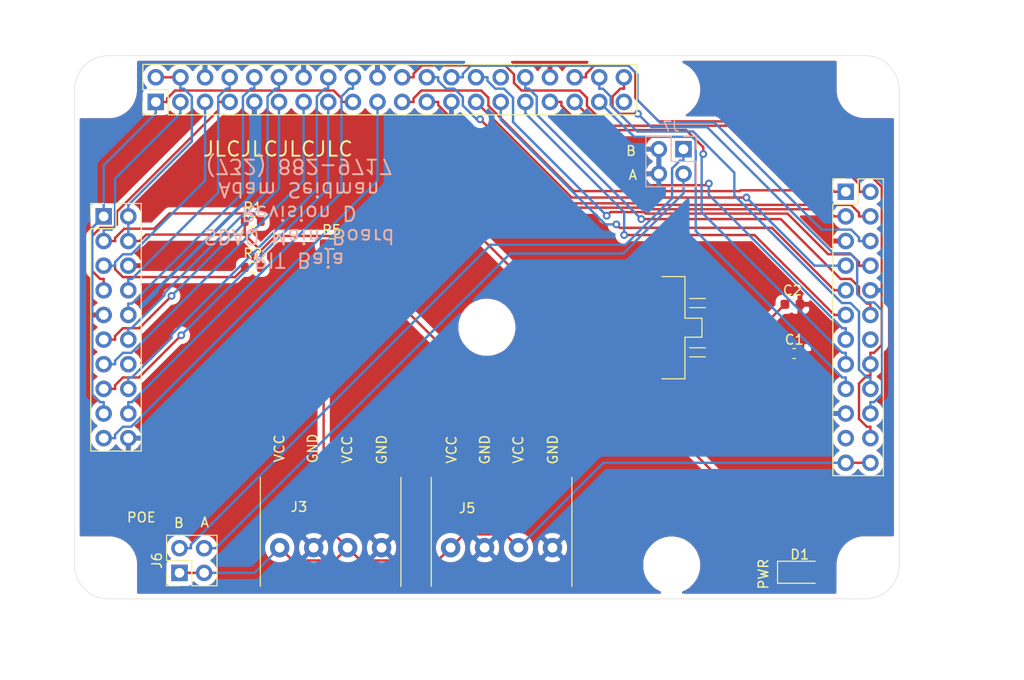
<source format=kicad_pcb>
(kicad_pcb (version 20171130) (host pcbnew "(5.1.9)-1")
  (layers (0 F.Cu signal) (31 B.Cu signal) (34 B.Paste user) (35 F.Paste user) (36 B.SilkS user) (37 F.SilkS user) (38 B.Mask user) (39 F.Mask user) (44 Edge.Cuts user))
  (net 0 "")
  (net 1 /vcc)
  (net 2 /gnd)
  (net 3 /5v)
  (net 4 "Net-(D1-Pad2)")
  (net 5 /3v3)
  (net 6 /sda2)
  (net 7 /scl2)
  (net 8 /gpio1)
  (net 9 /uart_tx)
  (net 10 /uart_rx)
  (net 11 /spi2_ce1)
  (net 12 /spi2_ce0)
  (net 13 /gpio11)
  (net 14 /gpio6)
  (net 15 /gpio7)
  (net 16 /gpio8)
  (net 17 /mosi)
  (net 18 /miso)
  (net 19 /gpio9)
  (net 20 /sclk)
  (net 21 /spi_ce0)
  (net 22 /spi_ce1)
  (net 23 /sda)
  (net 24 /scl)
  (net 25 /gpio4)
  (net 26 /gpio5)
  (net 27 /miso2_pwm)
  (net 28 /reset)
  (net 29 /gpio10)
  (net 30 /miso2)
  (net 31 /sclk2)
  (net 32 "Net-(J2-Pad21)")
  (net 33 /gpio2)
  (net 34 /gpio3)
  (net 35 "Net-(C1-Pad1)")
  (net 36 "Net-(J6-Pad2)")
  (net 37 "Net-(J6-Pad4)")
  (module MountingHole:MountingHole_2.7mm_M2.5 (layer F.Cu) (at 202.5 98)
    (fp_text reference H1)
    (fp_text value MH1)
    (pad 1 np_thru_hole circle (at 0 0) (size 2.7 2.7) (drill 2.7) (layers *.Cu *.Mask))
  )
  (module MountingHole:MountingHole_2.7mm_M2.5 (layer F.Cu) (at 163.5 73.5)
    (fp_text reference H2)
    (fp_text value MH2)
    (pad 1 np_thru_hole circle (at 0 0) (size 2.7 2.7) (drill 2.7) (layers *.Cu *.Mask))
  )
  (module MountingHole:MountingHole_2.7mm_M2.5 (layer F.Cu) (at 241.5 122.5)
    (fp_text reference H3)
    (fp_text value MH3)
    (pad 1 np_thru_hole circle (at 0 0) (size 2.7 2.7) (drill 2.7) (layers *.Cu *.Mask))
  )
  (module MountingHole:MountingHole_2.7mm_M2.5 (layer F.Cu) (at 221.5 122.5)
    (fp_text reference H4)
    (fp_text value MH4)
    (pad 1 np_thru_hole circle (at 0 0) (size 2.7 2.7) (drill 2.7) (layers *.Cu *.Mask))
  )
  (module MountingHole:MountingHole_2.7mm_M2.5 (layer F.Cu) (at 241.5 73.5)
    (fp_text reference H5)
    (fp_text value MH_c)
    (pad 1 np_thru_hole circle (at 0 0) (size 2.7 2.7) (drill 2.7) (layers *.Cu *.Mask))
  )
  (module Connector_PinHeader_2.54mm:PinHeader_2x10_P2.54mm_Vertical (layer F.Cu) (at 163 86.57)
    (fp_text reference J1)
    (fp_text value Conn_02x10_Counter_Clockwise)
    (pad 1 thru_hole rect (at 0 0) (size 1.7 1.7) (drill 1) (layers *.Cu *.Mask) (net 5 /3v3))
    (pad 2 thru_hole oval (at 2.54 0) (size 1.7 1.7) (drill 1) (layers *.Cu *.Mask) (net 3 /5v))
    (pad 3 thru_hole oval (at 0 2.54) (size 1.7 1.7) (drill 1) (layers *.Cu *.Mask) (net 6 /sda2))
    (pad 4 thru_hole oval (at 2.54 2.54) (size 1.7 1.7) (drill 1) (layers *.Cu *.Mask) (net 3 /5v))
    (pad 5 thru_hole oval (at 0 5.08) (size 1.7 1.7) (drill 1) (layers *.Cu *.Mask) (net 7 /scl2))
    (pad 6 thru_hole oval (at 2.54 5.08) (size 1.7 1.7) (drill 1) (layers *.Cu *.Mask) (net 2 /gnd))
    (pad 7 thru_hole oval (at 0 7.62) (size 1.7 1.7) (drill 1) (layers *.Cu *.Mask) (net 8 /gpio1))
    (pad 8 thru_hole oval (at 2.54 7.62) (size 1.7 1.7) (drill 1) (layers *.Cu *.Mask) (net 9 /uart_tx))
    (pad 9 thru_hole oval (at 0 10.16) (size 1.7 1.7) (drill 1) (layers *.Cu *.Mask) (net 2 /gnd))
    (pad 10 thru_hole oval (at 2.54 10.16) (size 1.7 1.7) (drill 1) (layers *.Cu *.Mask) (net 10 /uart_rx))
    (pad 11 thru_hole oval (at 0 12.7) (size 1.7 1.7) (drill 1) (layers *.Cu *.Mask) (net 11 /spi2_ce1))
    (pad 12 thru_hole oval (at 2.54 12.7) (size 1.7 1.7) (drill 1) (layers *.Cu *.Mask) (net 12 /spi2_ce0))
    (pad 13 thru_hole oval (at 0 15.24) (size 1.7 1.7) (drill 1) (layers *.Cu *.Mask) (net 13 /gpio11))
    (pad 14 thru_hole oval (at 2.54 15.24) (size 1.7 1.7) (drill 1) (layers *.Cu *.Mask) (net 2 /gnd))
    (pad 15 thru_hole oval (at 0 17.78) (size 1.7 1.7) (drill 1) (layers *.Cu *.Mask) (net 14 /gpio6))
    (pad 16 thru_hole oval (at 2.54 17.78) (size 1.7 1.7) (drill 1) (layers *.Cu *.Mask) (net 15 /gpio7))
    (pad 17 thru_hole oval (at 0 20.32) (size 1.7 1.7) (drill 1) (layers *.Cu *.Mask) (net 5 /3v3))
    (pad 18 thru_hole oval (at 2.54 20.32) (size 1.7 1.7) (drill 1) (layers *.Cu *.Mask) (net 16 /gpio8))
    (pad 19 thru_hole oval (at 0 22.86) (size 1.7 1.7) (drill 1) (layers *.Cu *.Mask) (net 17 /mosi))
    (pad 20 thru_hole oval (at 2.54 22.86) (size 1.7 1.7) (drill 1) (layers *.Cu *.Mask) (net 2 /gnd))
  )
  (module Connector_PinHeader_2.54mm:PinHeader_2x12_P2.54mm_Vertical (layer F.Cu) (at 239.5 84.03)
    (fp_text reference J2)
    (fp_text value Conn_02x12_Counter_Clockwise)
    (pad 1 thru_hole rect (at 0 0) (size 1.7 1.7) (drill 1) (layers *.Cu *.Mask) (net 18 /miso))
    (pad 2 thru_hole oval (at 2.54 0) (size 1.7 1.7) (drill 1) (layers *.Cu *.Mask) (net 19 /gpio9))
    (pad 3 thru_hole oval (at 0 2.54) (size 1.7 1.7) (drill 1) (layers *.Cu *.Mask) (net 20 /sclk))
    (pad 4 thru_hole oval (at 2.54 2.54) (size 1.7 1.7) (drill 1) (layers *.Cu *.Mask) (net 21 /spi_ce0))
    (pad 5 thru_hole oval (at 0 5.08) (size 1.7 1.7) (drill 1) (layers *.Cu *.Mask) (net 2 /gnd))
    (pad 6 thru_hole oval (at 2.54 5.08) (size 1.7 1.7) (drill 1) (layers *.Cu *.Mask) (net 22 /spi_ce1))
    (pad 7 thru_hole oval (at 0 7.62) (size 1.7 1.7) (drill 1) (layers *.Cu *.Mask) (net 23 /sda))
    (pad 8 thru_hole oval (at 2.54 7.62) (size 1.7 1.7) (drill 1) (layers *.Cu *.Mask) (net 24 /scl))
    (pad 9 thru_hole oval (at 0 10.16) (size 1.7 1.7) (drill 1) (layers *.Cu *.Mask) (net 33 /gpio2))
    (pad 10 thru_hole oval (at 2.54 10.16) (size 1.7 1.7) (drill 1) (layers *.Cu *.Mask) (net 2 /gnd))
    (pad 11 thru_hole oval (at 0 12.7) (size 1.7 1.7) (drill 1) (layers *.Cu *.Mask) (net 34 /gpio3))
    (pad 12 thru_hole oval (at 2.54 12.7) (size 1.7 1.7) (drill 1) (layers *.Cu *.Mask) (net 25 /gpio4))
    (pad 13 thru_hole oval (at 0 15.24) (size 1.7 1.7) (drill 1) (layers *.Cu *.Mask) (net 26 /gpio5))
    (pad 14 thru_hole oval (at 2.54 15.24) (size 1.7 1.7) (drill 1) (layers *.Cu *.Mask) (net 2 /gnd))
    (pad 15 thru_hole oval (at 0 17.78) (size 1.7 1.7) (drill 1) (layers *.Cu *.Mask) (net 27 /miso2_pwm))
    (pad 16 thru_hole oval (at 2.54 17.78) (size 1.7 1.7) (drill 1) (layers *.Cu *.Mask) (net 28 /reset))
    (pad 17 thru_hole oval (at 0 20.32) (size 1.7 1.7) (drill 1) (layers *.Cu *.Mask) (net 29 /gpio10))
    (pad 18 thru_hole oval (at 2.54 20.32) (size 1.7 1.7) (drill 1) (layers *.Cu *.Mask) (net 30 /miso2))
    (pad 19 thru_hole oval (at 0 22.86) (size 1.7 1.7) (drill 1) (layers *.Cu *.Mask) (net 2 /gnd))
    (pad 20 thru_hole oval (at 2.54 22.86) (size 1.7 1.7) (drill 1) (layers *.Cu *.Mask) (net 31 /sclk2))
    (pad 21 thru_hole oval (at 0 25.4) (size 1.7 1.7) (drill 1) (layers *.Cu *.Mask) (net 32 "Net-(J2-Pad21)"))
    (pad 22 thru_hole oval (at 2.54 25.4) (size 1.7 1.7) (drill 1) (layers *.Cu *.Mask) (net 28 /reset))
    (pad 23 thru_hole oval (at 0 27.94) (size 1.7 1.7) (drill 1) (layers *.Cu *.Mask) (net 1 /vcc))
    (pad 24 thru_hole oval (at 2.54 27.94) (size 1.7 1.7) (drill 1) (layers *.Cu *.Mask) (net 1 /vcc))
  )
  (module Connector_PinHeader_2.54mm:PinHeader_2x20_P2.54mm_Vertical (layer F.Cu) (at 168.37 74.77 90)
    (fp_text reference J4)
    (fp_text value Conn_02x20_Odd_Even)
    (pad 1 thru_hole rect (at 0 0 90) (size 1.7 1.7) (drill 1) (layers *.Cu *.Mask) (net 5 /3v3))
    (pad 2 thru_hole oval (at 2.54 0 90) (size 1.7 1.7) (drill 1) (layers *.Cu *.Mask) (net 3 /5v))
    (pad 3 thru_hole oval (at 0 2.54 90) (size 1.7 1.7) (drill 1) (layers *.Cu *.Mask) (net 6 /sda2))
    (pad 4 thru_hole oval (at 2.54 2.54 90) (size 1.7 1.7) (drill 1) (layers *.Cu *.Mask) (net 3 /5v))
    (pad 5 thru_hole oval (at 0 5.08 90) (size 1.7 1.7) (drill 1) (layers *.Cu *.Mask) (net 7 /scl2))
    (pad 6 thru_hole oval (at 2.54 5.08 90) (size 1.7 1.7) (drill 1) (layers *.Cu *.Mask) (net 2 /gnd))
    (pad 7 thru_hole oval (at 0 7.62 90) (size 1.7 1.7) (drill 1) (layers *.Cu *.Mask) (net 8 /gpio1))
    (pad 8 thru_hole oval (at 2.54 7.62 90) (size 1.7 1.7) (drill 1) (layers *.Cu *.Mask) (net 9 /uart_tx))
    (pad 9 thru_hole oval (at 0 10.16 90) (size 1.7 1.7) (drill 1) (layers *.Cu *.Mask) (net 2 /gnd))
    (pad 10 thru_hole oval (at 2.54 10.16 90) (size 1.7 1.7) (drill 1) (layers *.Cu *.Mask) (net 10 /uart_rx))
    (pad 11 thru_hole oval (at 0 12.7 90) (size 1.7 1.7) (drill 1) (layers *.Cu *.Mask) (net 11 /spi2_ce1))
    (pad 12 thru_hole oval (at 2.54 12.7 90) (size 1.7 1.7) (drill 1) (layers *.Cu *.Mask) (net 12 /spi2_ce0))
    (pad 13 thru_hole oval (at 0 15.24 90) (size 1.7 1.7) (drill 1) (layers *.Cu *.Mask) (net 13 /gpio11))
    (pad 14 thru_hole oval (at 2.54 15.24 90) (size 1.7 1.7) (drill 1) (layers *.Cu *.Mask) (net 2 /gnd))
    (pad 15 thru_hole oval (at 0 17.78 90) (size 1.7 1.7) (drill 1) (layers *.Cu *.Mask) (net 14 /gpio6))
    (pad 16 thru_hole oval (at 2.54 17.78 90) (size 1.7 1.7) (drill 1) (layers *.Cu *.Mask) (net 15 /gpio7))
    (pad 17 thru_hole oval (at 0 20.32 90) (size 1.7 1.7) (drill 1) (layers *.Cu *.Mask) (net 5 /3v3))
    (pad 18 thru_hole oval (at 2.54 20.32 90) (size 1.7 1.7) (drill 1) (layers *.Cu *.Mask) (net 16 /gpio8))
    (pad 19 thru_hole oval (at 0 22.86 90) (size 1.7 1.7) (drill 1) (layers *.Cu *.Mask) (net 17 /mosi))
    (pad 20 thru_hole oval (at 2.54 22.86 90) (size 1.7 1.7) (drill 1) (layers *.Cu *.Mask) (net 2 /gnd))
    (pad 21 thru_hole oval (at 0 25.4 90) (size 1.7 1.7) (drill 1) (layers *.Cu *.Mask) (net 18 /miso))
    (pad 22 thru_hole oval (at 2.54 25.4 90) (size 1.7 1.7) (drill 1) (layers *.Cu *.Mask) (net 19 /gpio9))
    (pad 23 thru_hole oval (at 0 27.94 90) (size 1.7 1.7) (drill 1) (layers *.Cu *.Mask) (net 20 /sclk))
    (pad 24 thru_hole oval (at 2.54 27.94 90) (size 1.7 1.7) (drill 1) (layers *.Cu *.Mask) (net 21 /spi_ce0))
    (pad 25 thru_hole oval (at 0 30.48 90) (size 1.7 1.7) (drill 1) (layers *.Cu *.Mask) (net 2 /gnd))
    (pad 26 thru_hole oval (at 2.54 30.48 90) (size 1.7 1.7) (drill 1) (layers *.Cu *.Mask) (net 22 /spi_ce1))
    (pad 27 thru_hole oval (at 0 33.02 90) (size 1.7 1.7) (drill 1) (layers *.Cu *.Mask) (net 23 /sda))
    (pad 28 thru_hole oval (at 2.54 33.02 90) (size 1.7 1.7) (drill 1) (layers *.Cu *.Mask) (net 24 /scl))
    (pad 29 thru_hole oval (at 0 35.56 90) (size 1.7 1.7) (drill 1) (layers *.Cu *.Mask) (net 33 /gpio2))
    (pad 30 thru_hole oval (at 2.54 35.56 90) (size 1.7 1.7) (drill 1) (layers *.Cu *.Mask) (net 2 /gnd))
    (pad 31 thru_hole oval (at 0 38.1 90) (size 1.7 1.7) (drill 1) (layers *.Cu *.Mask) (net 34 /gpio3))
    (pad 32 thru_hole oval (at 2.54 38.1 90) (size 1.7 1.7) (drill 1) (layers *.Cu *.Mask) (net 25 /gpio4))
    (pad 33 thru_hole oval (at 0 40.64 90) (size 1.7 1.7) (drill 1) (layers *.Cu *.Mask) (net 26 /gpio5))
    (pad 34 thru_hole oval (at 2.54 40.64 90) (size 1.7 1.7) (drill 1) (layers *.Cu *.Mask) (net 2 /gnd))
    (pad 35 thru_hole oval (at 0 43.18 90) (size 1.7 1.7) (drill 1) (layers *.Cu *.Mask) (net 27 /miso2_pwm))
    (pad 36 thru_hole oval (at 2.54 43.18 90) (size 1.7 1.7) (drill 1) (layers *.Cu *.Mask) (net 28 /reset))
    (pad 37 thru_hole oval (at 0 45.72 90) (size 1.7 1.7) (drill 1) (layers *.Cu *.Mask) (net 29 /gpio10))
    (pad 38 thru_hole oval (at 2.54 45.72 90) (size 1.7 1.7) (drill 1) (layers *.Cu *.Mask) (net 30 /miso2))
    (pad 39 thru_hole oval (at 0 48.26 90) (size 1.7 1.7) (drill 1) (layers *.Cu *.Mask) (net 2 /gnd))
    (pad 40 thru_hole oval (at 2.54 48.26 90) (size 1.7 1.7) (drill 1) (layers *.Cu *.Mask) (net 31 /sclk2))
  )
  (module Resistor_SMD:R_0603_1608Metric (layer F.Cu) (at 178.367 87.075)
    (fp_text reference R1 (at 0 -1.43) (layer F.SilkS))
    (fp_text value 4.7k)
    (pad 1 smd roundrect (at -0.825 0) (size 0.8 0.95) (layers F.Cu F.Paste F.Mask) (net 3 /5v))
    (pad 2 smd roundrect (at 0.825 0) (size 0.8 0.95) (layers F.Cu F.Paste F.Mask) (net 6 /sda2))
  )
  (module Resistor_SMD:R_0603_1608Metric (layer F.Cu) (at 178.372 91.821)
    (fp_text reference R2 (at 0 -1.43) (layer F.SilkS))
    (fp_text value 4.7k)
    (pad 2 smd roundrect (at 0.825 0) (size 0.8 0.95) (layers F.Cu F.Paste F.Mask) (net 3 /5v))
    (pad 1 smd roundrect (at -0.825 0) (size 0.8 0.95) (layers F.Cu F.Paste F.Mask) (net 7 /scl2))
  )
  (module Resistor_SMD:R_0603_1608Metric (layer F.Cu) (at 186.5 89.408)
    (fp_text reference R5 (at 0 -1.43) (layer F.SilkS))
    (fp_text value 1800)
    (pad 1 smd roundrect (at -0.825 0) (size 0.8 0.95) (layers F.Cu F.Paste F.Mask) (net 1 /vcc))
    (pad 2 smd roundrect (at 0.825 0) (size 0.8 0.95) (layers F.Cu F.Paste F.Mask) (net 4 "Net-(D1-Pad2)"))
  )
  (module MountingHole:MountingHole_2.7mm_M2.5 (layer F.Cu) (at 221.5 73.5)
    (fp_text reference H6)
    (fp_text value MH4)
    (pad 1 np_thru_hole circle (at 0 0) (size 2.7 2.7) (drill 2.7) (layers *.Cu *.Mask))
  )
  (module MountingHole:MountingHole_2.7mm_M2.5 (layer F.Cu) (at 163.5 122.5)
    (fp_text reference H7)
    (fp_text value MH_c)
    (pad 1 np_thru_hole circle (at 0 0) (size 2.7 2.7) (drill 2.7) (layers *.Cu *.Mask))
  )
  (module "Custom Footprints:Spring_4" (layer F.Cu) (at 179.396 113.467)
    (fp_text reference J3 (at 3.737999 3.055499) (layer F.SilkS))
    (fp_text value Screw_Terminal_01x04)
    (pad 4 thru_hole circle (at 12.25 7.25) (size 2 2) (drill 1) (layers *.Cu *.Mask) (net 2 /gnd))
    (pad 3 thru_hole circle (at 8.75 7.25) (size 2 2) (drill 1) (layers *.Cu *.Mask) (net 1 /vcc))
    (pad 2 thru_hole circle (at 5.25 7.25) (size 2 2) (drill 1) (layers *.Cu *.Mask) (net 2 /gnd))
    (pad 1 thru_hole circle (at 1.75 7.25) (size 2 2) (drill 1) (layers *.Cu *.Mask) (net 1 /vcc))
  )
  (module "Custom Footprints:Spring_4" (layer F.Cu) (at 197.016 113.467)
    (fp_text reference J5 (at 3.453499 3.182499) (layer F.SilkS))
    (fp_text value Screw_Terminal_01x04)
    (pad 1 thru_hole circle (at 1.75 7.25) (size 2 2) (drill 1) (layers *.Cu *.Mask) (net 1 /vcc))
    (pad 2 thru_hole circle (at 5.25 7.25) (size 2 2) (drill 1) (layers *.Cu *.Mask) (net 2 /gnd))
    (pad 3 thru_hole circle (at 8.75 7.25) (size 2 2) (drill 1) (layers *.Cu *.Mask) (net 1 /vcc))
    (pad 4 thru_hole circle (at 12.25 7.25) (size 2 2) (drill 1) (layers *.Cu *.Mask) (net 2 /gnd))
  )
  (module Diode_SMD:D_1206_3216Metric (layer F.Cu) (at 234.755 123.254)
    (fp_text reference D1 (at 0 -1.82) (layer F.SilkS))
    (fp_text value LED)
    (pad 1 smd roundrect (at -1.4 0) (size 1.25 1.75) (layers F.Cu F.Paste F.Mask) (roundrect_rratio 0.2) (net 2 /gnd))
    (pad 2 smd roundrect (at 1.4 0) (size 1.25 1.75) (layers F.Cu F.Paste F.Mask) (roundrect_rratio 0.2) (net 4 "Net-(D1-Pad2)"))
  )
  (module Capacitor_SMD:C_0603_1608Metric (layer F.Cu) (at 234.188 100.711)
    (fp_text reference C1 (at 0 -1.43) (layer F.SilkS))
    (fp_text value 0.33u)
    (pad 2 smd roundrect (at 0.775 0) (size 0.9 0.95) (layers F.Cu F.Paste F.Mask) (net 2 /gnd))
    (pad 1 smd roundrect (at -0.775 0) (size 0.9 0.95) (layers F.Cu F.Paste F.Mask) (net 35 "Net-(C1-Pad1)"))
  )
  (module Capacitor_SMD:C_0603_1608Metric (layer F.Cu) (at 233.998 95.631)
    (fp_text reference C2 (at 0 -1.43) (layer F.SilkS))
    (fp_text value 0.1u)
    (pad 1 smd roundrect (at -0.775 0) (size 0.9 0.95) (layers F.Cu F.Paste F.Mask) (net 3 /5v))
    (pad 2 smd roundrect (at 0.775 0) (size 0.9 0.95) (layers F.Cu F.Paste F.Mask) (net 2 /gnd))
  )
  (module baja-new-5v-tr:L7806ABD2T-TR (layer F.Cu) (at 218.122 98.044 90)
    (fp_text reference CR1)
    (fp_text value L7806ABD2T-TR)
    (pad 1 smd rect (at -2.54 8.763 90) (size 0.9906 2.9972) (layers F.Cu F.Paste F.Mask) (net 35 "Net-(C1-Pad1)"))
    (pad 2 smd rect (at 2.54 8.763 90) (size 0.9906 2.9972) (layers F.Cu F.Paste F.Mask) (net 2 /gnd))
    (pad 3 smd rect (at 0 -2.2479 90) (size 10.3378 8.7122) (layers F.Cu F.Paste F.Mask) (net 3 /5v))
  )
  (module Connector_PinHeader_2.54mm:PinHeader_2x02_P2.54mm_Vertical (layer F.Cu) (at 170.815 123.317 90)
    (fp_text reference J6 (at 1.27 -2.33 90) (layer F.SilkS))
    (fp_text value poe_choice)
    (pad 4 thru_hole oval (at 2.54 2.54 90) (size 1.7 1.7) (drill 1) (layers *.Cu *.Mask) (net 37 "Net-(J6-Pad4)"))
    (pad 3 thru_hole oval (at 0 2.54 90) (size 1.7 1.7) (drill 1) (layers *.Cu *.Mask) (net 1 /vcc))
    (pad 2 thru_hole oval (at 2.54 0 90) (size 1.7 1.7) (drill 1) (layers *.Cu *.Mask) (net 36 "Net-(J6-Pad2)"))
    (pad 1 thru_hole rect (at 0 0 90) (size 1.7 1.7) (drill 1) (layers *.Cu *.Mask) (net 1 /vcc))
  )
  (module Connector_PinHeader_2.54mm:PinHeader_2x02_P2.54mm_Vertical (layer B.Cu) (at 222.77 79.64 180)
    (fp_text reference J7 (at 1.27 2.33) (layer B.SilkS) (effects (justify mirror)))
    (fp_text value rpi_poe_header)
    (pad 1 thru_hole rect (at 0 0 180) (size 1.7 1.7) (drill 1) (layers *.Cu *.Mask) (net 36 "Net-(J6-Pad2)"))
    (pad 2 thru_hole oval (at 2.54 0 180) (size 1.7 1.7) (drill 1) (layers *.Cu *.Mask) (net 2 /gnd))
    (pad 3 thru_hole oval (at 0 -2.54 180) (size 1.7 1.7) (drill 1) (layers *.Cu *.Mask) (net 37 "Net-(J6-Pad4)"))
    (pad 4 thru_hole oval (at 2.54 -2.54 180) (size 1.7 1.7) (drill 1) (layers *.Cu *.Mask) (net 2 /gnd))
  )
  (gr_text POE (at 166.878 117.602) (layer F.SilkS) (effects (font (size 1 1))))
  (gr_text A (at 173.4185 118.11) (layer F.SilkS) (effects (font (size 1 1))))
  (gr_text B (at 170.7515 118.1735) (layer F.SilkS) (effects (font (size 1 1))))
  (gr_text B (at 217.3605 79.8195) (layer F.SilkS) (effects (font (size 1 1))))
  (gr_text A (at 217.551 82.296) (layer F.SilkS) (effects (font (size 1 1))))
  (gr_text VCC (at 198.866 110.617 90) (layer F.SilkS) (effects (font (size 1 1))))
  (gr_text GND (at 209.296 110.617 90) (layer F.SilkS) (effects (font (size 1 1))))
  (gr_text GND (at 202.295 110.617 90) (layer F.SilkS) (effects (font (size 1 1))))
  (gr_text VCC (at 205.74 110.617 90) (layer F.SilkS) (effects (font (size 1 1))))
  (gr_text VCC (at 188.103 110.617 90) (layer F.SilkS) (effects (font (size 1 1))))
  (gr_text VCC (at 181.118 110.49 90) (layer F.SilkS) (effects (font (size 1 1))))
  (gr_text GND (at 191.659 110.617 90) (layer F.SilkS) (effects (font (size 1 1))))
  (gr_text GND (at 184.547 110.49 90) (layer F.SilkS) (effects (font (size 1 1))))
  (gr_text JLCJLCJLCJLC (at 180.975 79.629) (layer F.SilkS) (effects (font (size 1.5 1.5) (thickness 0.2))))
  (gr_text "RIT Baja\nSDAQ Main Board\nRevision D\nAdam Seidman\n(732) 882-9717" (at 183.134 86.233 180) (layer B.SilkS) (effects (font (size 1.5 1.5) (thickness 0.2)) (justify mirror)))
  (gr_arc (start 163.5 73.5) (end 163.5 70) (angle -90) (layer Edge.Cuts) (width 0.05))
  (gr_arc (start 163.5 122.5) (end 160 122.5) (angle -90) (layer Edge.Cuts) (width 0.05))
  (gr_arc (start 241.5 122.5) (end 245 122.5) (angle 90) (layer Edge.Cuts) (width 0.05))
  (gr_arc (start 241.5 73.5) (end 241.5 70) (angle 90) (layer Edge.Cuts) (width 0.05))
  (gr_text PWR (at 231.013 123.444 90) (layer F.SilkS) (effects (font (size 1 1))))
  (gr_line (start 160 122.5) (end 160 73.5) (layer Edge.Cuts) (width 0.05))
  (gr_line (start 163.5 126) (end 241.5 126) (layer Edge.Cuts) (width 0.05))
  (gr_line (start 245 73.5) (end 245 122.5) (layer Edge.Cuts) (width 0.05))
  (gr_line (start 163.5 70) (end 241.5 70) (layer Edge.Cuts) (width 0.05))
  (segment (start 205.766 120.717) (end 214.513 111.97) (width 0.25) (layer B.Cu) (net 1))
  (segment (start 214.513 111.97) (end 239.5 111.97) (width 0.25) (layer B.Cu) (net 1))
  (segment (start 188.146 120.717) (end 185.675 118.246) (width 0.25) (layer F.Cu) (net 1))
  (segment (start 185.675 118.246) (end 185.675 89.408) (width 0.25) (layer F.Cu) (net 1))
  (segment (start 198.766 120.717) (end 197.4406 122.0424) (width 0.25) (layer F.Cu) (net 1))
  (segment (start 197.4406 122.0424) (end 189.4714 122.0424) (width 0.25) (layer F.Cu) (net 1))
  (segment (start 189.4714 122.0424) (end 188.146 120.717) (width 0.25) (layer F.Cu) (net 1))
  (segment (start 198.766 120.717) (end 200.1348 119.3482) (width 0.25) (layer F.Cu) (net 1))
  (segment (start 200.1348 119.3482) (end 204.3972 119.3482) (width 0.25) (layer F.Cu) (net 1))
  (segment (start 204.3972 119.3482) (end 205.766 120.717) (width 0.25) (layer F.Cu) (net 1))
  (segment (start 181.146 120.717) (end 182.4714 122.0424) (width 0.25) (layer F.Cu) (net 1))
  (segment (start 182.4714 122.0424) (end 186.8206 122.0424) (width 0.25) (layer F.Cu) (net 1))
  (segment (start 186.8206 122.0424) (end 188.146 120.717) (width 0.25) (layer F.Cu) (net 1))
  (segment (start 173.355 123.317) (end 178.546 123.317) (width 0.25) (layer B.Cu) (net 1))
  (segment (start 178.546 123.317) (end 181.146 120.717) (width 0.25) (layer B.Cu) (net 1))
  (segment (start 170.815 123.317) (end 173.355 123.317) (width 0.25) (layer F.Cu) (net 1))
  (segment (start 242.04 111.97) (end 239.5 111.97) (width 0.25) (layer F.Cu) (net 1))
  (segment (start 165.54 86.57) (end 165.54 85.3947) (width 0.25) (layer B.Cu) (net 3))
  (segment (start 165.54 85.3947) (end 172.0853 78.8494) (width 0.25) (layer B.Cu) (net 3))
  (segment (start 172.0853 78.8494) (end 172.0853 74.2132) (width 0.25) (layer B.Cu) (net 3))
  (segment (start 172.0853 74.2132) (end 171.2774 73.4053) (width 0.25) (layer B.Cu) (net 3))
  (segment (start 171.2774 73.4053) (end 170.91 73.4053) (width 0.25) (layer B.Cu) (net 3))
  (segment (start 165.54 89.11) (end 165.54 86.57) (width 0.25) (layer B.Cu) (net 3))
  (segment (start 170.91 72.23) (end 170.91 73.4053) (width 0.25) (layer B.Cu) (net 3))
  (segment (start 215.8741 98.044) (end 211.1927 98.044) (width 0.25) (layer F.Cu) (net 3))
  (segment (start 179.197 90.0999) (end 177.542 88.4449) (width 0.25) (layer F.Cu) (net 3))
  (segment (start 179.197 91.821) (end 179.197 90.0999) (width 0.25) (layer F.Cu) (net 3))
  (segment (start 211.1927 98.044) (end 201.7325 88.5838) (width 0.25) (layer F.Cu) (net 3))
  (segment (start 201.7325 88.5838) (end 180.7131 88.5838) (width 0.25) (layer F.Cu) (net 3))
  (segment (start 180.7131 88.5838) (end 179.197 90.0999) (width 0.25) (layer F.Cu) (net 3))
  (segment (start 233.223 95.631) (end 230.81 98.044) (width 0.25) (layer F.Cu) (net 3))
  (segment (start 230.81 98.044) (end 215.8741 98.044) (width 0.25) (layer F.Cu) (net 3))
  (segment (start 170.91 72.23) (end 168.37 72.23) (width 0.25) (layer F.Cu) (net 3))
  (segment (start 177.542 88.4449) (end 167.3804 88.4449) (width 0.25) (layer F.Cu) (net 3))
  (segment (start 167.3804 88.4449) (end 166.7153 89.11) (width 0.25) (layer F.Cu) (net 3))
  (segment (start 177.542 88.4449) (end 177.542 87.075) (width 0.25) (layer F.Cu) (net 3))
  (segment (start 165.54 89.11) (end 166.7153 89.11) (width 0.25) (layer F.Cu) (net 3))
  (segment (start 236.155 123.254) (end 222.1806 109.2796) (width 0.25) (layer F.Cu) (net 4))
  (segment (start 222.1806 109.2796) (end 207.1966 109.2796) (width 0.25) (layer F.Cu) (net 4))
  (segment (start 207.1966 109.2796) (end 187.325 89.408) (width 0.25) (layer F.Cu) (net 4))
  (segment (start 163 86.57) (end 161.8247 87.7453) (width 0.25) (layer B.Cu) (net 5))
  (segment (start 161.8247 87.7453) (end 161.8247 104.9068) (width 0.25) (layer B.Cu) (net 5))
  (segment (start 161.8247 104.9068) (end 162.6326 105.7147) (width 0.25) (layer B.Cu) (net 5))
  (segment (start 162.6326 105.7147) (end 163 105.7147) (width 0.25) (layer B.Cu) (net 5))
  (segment (start 168.37 75.9453) (end 163 81.3153) (width 0.25) (layer B.Cu) (net 5))
  (segment (start 163 81.3153) (end 163 86.57) (width 0.25) (layer B.Cu) (net 5))
  (segment (start 163 106.89) (end 163 105.7147) (width 0.25) (layer B.Cu) (net 5))
  (segment (start 168.37 74.77) (end 168.37 75.9453) (width 0.25) (layer B.Cu) (net 5))
  (segment (start 168.37 74.77) (end 169.5453 74.77) (width 0.25) (layer F.Cu) (net 5))
  (segment (start 188.69 74.77) (end 187.5147 74.77) (width 0.25) (layer F.Cu) (net 5))
  (segment (start 187.5147 74.77) (end 187.5147 74.4027) (width 0.25) (layer F.Cu) (net 5))
  (segment (start 187.5147 74.4027) (end 186.7067 73.5947) (width 0.25) (layer F.Cu) (net 5))
  (segment (start 186.7067 73.5947) (end 170.3532 73.5947) (width 0.25) (layer F.Cu) (net 5))
  (segment (start 170.3532 73.5947) (end 169.5453 74.4026) (width 0.25) (layer F.Cu) (net 5))
  (segment (start 169.5453 74.4026) (end 169.5453 74.77) (width 0.25) (layer F.Cu) (net 5))
  (segment (start 163 89.11) (end 164.1753 89.11) (width 0.25) (layer F.Cu) (net 6))
  (segment (start 179.192 87.075) (end 178.3827 86.2657) (width 0.25) (layer F.Cu) (net 6))
  (segment (start 178.3827 86.2657) (end 169.7793 86.2657) (width 0.25) (layer F.Cu) (net 6))
  (segment (start 169.7793 86.2657) (end 168.205 87.84) (width 0.25) (layer F.Cu) (net 6))
  (segment (start 168.205 87.84) (end 165.1273 87.84) (width 0.25) (layer F.Cu) (net 6))
  (segment (start 165.1273 87.84) (end 164.1753 88.792) (width 0.25) (layer F.Cu) (net 6))
  (segment (start 164.1753 88.792) (end 164.1753 89.11) (width 0.25) (layer F.Cu) (net 6))
  (segment (start 163 89.11) (end 163 87.9347) (width 0.25) (layer B.Cu) (net 6))
  (segment (start 170.91 74.77) (end 170.91 75.9453) (width 0.25) (layer B.Cu) (net 6))
  (segment (start 170.91 75.9453) (end 164.1753 82.68) (width 0.25) (layer B.Cu) (net 6))
  (segment (start 164.1753 82.68) (end 164.1753 87.5675) (width 0.25) (layer B.Cu) (net 6))
  (segment (start 164.1753 87.5675) (end 163.8081 87.9347) (width 0.25) (layer B.Cu) (net 6))
  (segment (start 163.8081 87.9347) (end 163 87.9347) (width 0.25) (layer B.Cu) (net 6))
  (segment (start 163 91.65) (end 164.1753 91.65) (width 0.25) (layer B.Cu) (net 7))
  (segment (start 164.1753 91.65) (end 164.1753 91.2826) (width 0.25) (layer B.Cu) (net 7))
  (segment (start 164.1753 91.2826) (end 164.9832 90.4747) (width 0.25) (layer B.Cu) (net 7))
  (segment (start 164.9832 90.4747) (end 165.8566 90.4747) (width 0.25) (layer B.Cu) (net 7))
  (segment (start 165.8566 90.4747) (end 173.45 82.8813) (width 0.25) (layer B.Cu) (net 7))
  (segment (start 173.45 82.8813) (end 173.45 74.77) (width 0.25) (layer B.Cu) (net 7))
  (segment (start 163 91.65) (end 164.1753 91.65) (width 0.25) (layer F.Cu) (net 7))
  (segment (start 177.547 91.821) (end 176.5427 92.8253) (width 0.25) (layer F.Cu) (net 7))
  (segment (start 176.5427 92.8253) (end 164.9832 92.8253) (width 0.25) (layer F.Cu) (net 7))
  (segment (start 164.9832 92.8253) (end 164.1753 92.0174) (width 0.25) (layer F.Cu) (net 7))
  (segment (start 164.1753 92.0174) (end 164.1753 91.65) (width 0.25) (layer F.Cu) (net 7))
  (segment (start 163 94.19) (end 163 93.0147) (width 0.25) (layer F.Cu) (net 8))
  (segment (start 175.99 74.77) (end 174.8147 74.77) (width 0.25) (layer F.Cu) (net 8))
  (segment (start 174.8147 74.77) (end 174.8147 75.6263) (width 0.25) (layer F.Cu) (net 8))
  (segment (start 174.8147 75.6263) (end 164.3646 86.0764) (width 0.25) (layer F.Cu) (net 8))
  (segment (start 164.3646 86.0764) (end 164.3646 87.4074) (width 0.25) (layer F.Cu) (net 8))
  (segment (start 164.3646 87.4074) (end 164.0266 87.7454) (width 0.25) (layer F.Cu) (net 8))
  (segment (start 164.0266 87.7454) (end 162.6503 87.7454) (width 0.25) (layer F.Cu) (net 8))
  (segment (start 162.6503 87.7454) (end 161.8247 88.571) (width 0.25) (layer F.Cu) (net 8))
  (segment (start 161.8247 88.571) (end 161.8247 92.2068) (width 0.25) (layer F.Cu) (net 8))
  (segment (start 161.8247 92.2068) (end 162.6326 93.0147) (width 0.25) (layer F.Cu) (net 8))
  (segment (start 162.6326 93.0147) (end 163 93.0147) (width 0.25) (layer F.Cu) (net 8))
  (segment (start 175.99 73.4053) (end 175.6226 73.4053) (width 0.25) (layer B.Cu) (net 9))
  (segment (start 175.6226 73.4053) (end 174.8147 74.2132) (width 0.25) (layer B.Cu) (net 9))
  (segment (start 174.8147 74.2132) (end 174.8147 84.1073) (width 0.25) (layer B.Cu) (net 9))
  (segment (start 174.8147 84.1073) (end 165.9073 93.0147) (width 0.25) (layer B.Cu) (net 9))
  (segment (start 165.9073 93.0147) (end 165.54 93.0147) (width 0.25) (layer B.Cu) (net 9))
  (segment (start 165.54 94.19) (end 165.54 93.0147) (width 0.25) (layer B.Cu) (net 9))
  (segment (start 175.99 72.23) (end 175.99 73.4053) (width 0.25) (layer B.Cu) (net 9))
  (segment (start 165.54 96.73) (end 165.54 95.5547) (width 0.25) (layer B.Cu) (net 10))
  (segment (start 178.53 72.23) (end 178.53 73.4053) (width 0.25) (layer B.Cu) (net 10))
  (segment (start 178.53 73.4053) (end 178.1626 73.4053) (width 0.25) (layer B.Cu) (net 10))
  (segment (start 178.1626 73.4053) (end 177.3547 74.2132) (width 0.25) (layer B.Cu) (net 10))
  (segment (start 177.3547 74.2132) (end 177.3547 84.1073) (width 0.25) (layer B.Cu) (net 10))
  (segment (start 177.3547 84.1073) (end 165.9073 95.5547) (width 0.25) (layer B.Cu) (net 10))
  (segment (start 165.9073 95.5547) (end 165.54 95.5547) (width 0.25) (layer B.Cu) (net 10))
  (segment (start 163 99.27) (end 164.1753 99.27) (width 0.25) (layer F.Cu) (net 11))
  (segment (start 169.9957 94.7683) (end 166.6693 98.0947) (width 0.25) (layer F.Cu) (net 11))
  (segment (start 166.6693 98.0947) (end 164.9832 98.0947) (width 0.25) (layer F.Cu) (net 11))
  (segment (start 164.9832 98.0947) (end 164.1753 98.9026) (width 0.25) (layer F.Cu) (net 11))
  (segment (start 164.1753 98.9026) (end 164.1753 99.27) (width 0.25) (layer F.Cu) (net 11))
  (segment (start 181.07 74.77) (end 181.07 83.694) (width 0.25) (layer B.Cu) (net 11))
  (segment (start 181.07 83.694) (end 169.9957 94.7683) (width 0.25) (layer B.Cu) (net 11))
  (via (at 169.9957 94.7683) (size 0.8) (layers F.Cu B.Cu) (net 11))
  (segment (start 181.07 73.4053) (end 180.7026 73.4053) (width 0.25) (layer B.Cu) (net 12))
  (segment (start 180.7026 73.4053) (end 179.8947 74.2132) (width 0.25) (layer B.Cu) (net 12))
  (segment (start 179.8947 74.2132) (end 179.8947 83.8436) (width 0.25) (layer B.Cu) (net 12))
  (segment (start 179.8947 83.8436) (end 169.2704 94.4679) (width 0.25) (layer B.Cu) (net 12))
  (segment (start 169.2704 94.4679) (end 169.2704 94.6923) (width 0.25) (layer B.Cu) (net 12))
  (segment (start 169.2704 94.6923) (end 165.868 98.0947) (width 0.25) (layer B.Cu) (net 12))
  (segment (start 165.868 98.0947) (end 165.54 98.0947) (width 0.25) (layer B.Cu) (net 12))
  (segment (start 165.54 99.27) (end 165.54 98.0947) (width 0.25) (layer B.Cu) (net 12))
  (segment (start 181.07 72.23) (end 181.07 73.4053) (width 0.25) (layer B.Cu) (net 12))
  (segment (start 163 101.81) (end 164.1753 101.81) (width 0.25) (layer B.Cu) (net 13))
  (segment (start 183.61 74.77) (end 183.61 82.8753) (width 0.25) (layer B.Cu) (net 13))
  (segment (start 183.61 82.8753) (end 165.8506 100.6347) (width 0.25) (layer B.Cu) (net 13))
  (segment (start 165.8506 100.6347) (end 164.9832 100.6347) (width 0.25) (layer B.Cu) (net 13))
  (segment (start 164.9832 100.6347) (end 164.1753 101.4426) (width 0.25) (layer B.Cu) (net 13))
  (segment (start 164.1753 101.4426) (end 164.1753 101.81) (width 0.25) (layer B.Cu) (net 13))
  (segment (start 163 104.35) (end 164.1753 104.35) (width 0.25) (layer F.Cu) (net 14))
  (segment (start 170.9932 98.8235) (end 166.642 103.1747) (width 0.25) (layer F.Cu) (net 14))
  (segment (start 166.642 103.1747) (end 164.9832 103.1747) (width 0.25) (layer F.Cu) (net 14))
  (segment (start 164.9832 103.1747) (end 164.1753 103.9826) (width 0.25) (layer F.Cu) (net 14))
  (segment (start 164.1753 103.9826) (end 164.1753 104.35) (width 0.25) (layer F.Cu) (net 14))
  (segment (start 186.15 74.77) (end 186.15 83.6667) (width 0.25) (layer B.Cu) (net 14))
  (segment (start 186.15 83.6667) (end 170.9932 98.8235) (width 0.25) (layer B.Cu) (net 14))
  (via (at 170.9932 98.8235) (size 0.8) (layers F.Cu B.Cu) (net 14))
  (segment (start 186.15 73.4053) (end 185.7826 73.4053) (width 0.25) (layer B.Cu) (net 15))
  (segment (start 185.7826 73.4053) (end 184.9747 74.2132) (width 0.25) (layer B.Cu) (net 15))
  (segment (start 184.9747 74.2132) (end 184.9747 83.7907) (width 0.25) (layer B.Cu) (net 15))
  (segment (start 184.9747 83.7907) (end 169.9929 98.7725) (width 0.25) (layer B.Cu) (net 15))
  (segment (start 169.9929 98.7725) (end 169.9929 99.0879) (width 0.25) (layer B.Cu) (net 15))
  (segment (start 169.9929 99.0879) (end 165.9061 103.1747) (width 0.25) (layer B.Cu) (net 15))
  (segment (start 165.9061 103.1747) (end 165.54 103.1747) (width 0.25) (layer B.Cu) (net 15))
  (segment (start 165.54 104.35) (end 165.54 103.1747) (width 0.25) (layer B.Cu) (net 15))
  (segment (start 186.15 72.23) (end 186.15 73.4053) (width 0.25) (layer B.Cu) (net 15))
  (segment (start 165.54 106.89) (end 165.54 105.7147) (width 0.25) (layer B.Cu) (net 16))
  (segment (start 188.69 72.23) (end 188.69 73.4053) (width 0.25) (layer B.Cu) (net 16))
  (segment (start 188.69 73.4053) (end 188.3226 73.4053) (width 0.25) (layer B.Cu) (net 16))
  (segment (start 188.3226 73.4053) (end 187.5147 74.2132) (width 0.25) (layer B.Cu) (net 16))
  (segment (start 187.5147 74.2132) (end 187.5147 84.1073) (width 0.25) (layer B.Cu) (net 16))
  (segment (start 187.5147 84.1073) (end 165.9073 105.7147) (width 0.25) (layer B.Cu) (net 16))
  (segment (start 165.9073 105.7147) (end 165.54 105.7147) (width 0.25) (layer B.Cu) (net 16))
  (segment (start 163 109.43) (end 164.1753 109.43) (width 0.25) (layer B.Cu) (net 17))
  (segment (start 191.23 74.77) (end 191.23 82.863) (width 0.25) (layer B.Cu) (net 17))
  (segment (start 191.23 82.863) (end 165.8383 108.2547) (width 0.25) (layer B.Cu) (net 17))
  (segment (start 165.8383 108.2547) (end 164.9832 108.2547) (width 0.25) (layer B.Cu) (net 17))
  (segment (start 164.9832 108.2547) (end 164.1753 109.0626) (width 0.25) (layer B.Cu) (net 17))
  (segment (start 164.1753 109.0626) (end 164.1753 109.43) (width 0.25) (layer B.Cu) (net 17))
  (segment (start 239.5 84.03) (end 238.3247 84.03) (width 0.25) (layer F.Cu) (net 18))
  (segment (start 193.77 74.77) (end 194.9453 74.77) (width 0.25) (layer F.Cu) (net 18))
  (segment (start 194.9453 74.77) (end 194.9453 74.4027) (width 0.25) (layer F.Cu) (net 18))
  (segment (start 194.9453 74.4027) (end 195.7534 73.5946) (width 0.25) (layer F.Cu) (net 18))
  (segment (start 195.7534 73.5946) (end 201.9156 73.5946) (width 0.25) (layer F.Cu) (net 18))
  (segment (start 201.9156 73.5946) (end 202.66 74.339) (width 0.25) (layer F.Cu) (net 18))
  (segment (start 202.66 74.339) (end 202.66 75.1645) (width 0.25) (layer F.Cu) (net 18))
  (segment (start 202.66 75.1645) (end 211.4604 83.9649) (width 0.25) (layer F.Cu) (net 18))
  (segment (start 211.4604 83.9649) (end 228.5849 83.9649) (width 0.25) (layer F.Cu) (net 18))
  (segment (start 228.5849 83.9649) (end 228.6724 83.8774) (width 0.25) (layer F.Cu) (net 18))
  (segment (start 228.6724 83.8774) (end 238.1721 83.8774) (width 0.25) (layer F.Cu) (net 18))
  (segment (start 238.1721 83.8774) (end 238.3247 84.03) (width 0.25) (layer F.Cu) (net 18))
  (segment (start 194.9453 72.23) (end 194.9453 71.8627) (width 0.25) (layer F.Cu) (net 19))
  (segment (start 194.9453 71.8627) (end 195.804 71.004) (width 0.25) (layer F.Cu) (net 19))
  (segment (start 195.804 71.004) (end 204.378 71.004) (width 0.25) (layer F.Cu) (net 19))
  (segment (start 204.378 71.004) (end 205.2946 71.9206) (width 0.25) (layer F.Cu) (net 19))
  (segment (start 205.2946 71.9206) (end 205.2946 72.8091) (width 0.25) (layer F.Cu) (net 19))
  (segment (start 205.2946 72.8091) (end 206.0801 73.5946) (width 0.25) (layer F.Cu) (net 19))
  (segment (start 206.0801 73.5946) (end 212.0756 73.5946) (width 0.25) (layer F.Cu) (net 19))
  (segment (start 212.0756 73.5946) (end 212.82 74.339) (width 0.25) (layer F.Cu) (net 19))
  (segment (start 212.82 74.339) (end 212.82 75.1751) (width 0.25) (layer F.Cu) (net 19))
  (segment (start 212.82 75.1751) (end 214.8707 77.2258) (width 0.25) (layer F.Cu) (net 19))
  (segment (start 214.8707 77.2258) (end 234.8685 77.2258) (width 0.25) (layer F.Cu) (net 19))
  (segment (start 234.8685 77.2258) (end 240.8647 83.222) (width 0.25) (layer F.Cu) (net 19))
  (segment (start 240.8647 83.222) (end 240.8647 84.03) (width 0.25) (layer F.Cu) (net 19))
  (segment (start 242.04 84.03) (end 240.8647 84.03) (width 0.25) (layer F.Cu) (net 19))
  (segment (start 193.77 72.23) (end 194.9453 72.23) (width 0.25) (layer F.Cu) (net 19))
  (segment (start 238.3247 86.57) (end 237.5864 85.8317) (width 0.25) (layer F.Cu) (net 20))
  (segment (start 237.5864 85.8317) (end 219.0664 85.8317) (width 0.25) (layer F.Cu) (net 20))
  (segment (start 219.0664 85.8317) (end 218.9071 85.6724) (width 0.25) (layer F.Cu) (net 20))
  (segment (start 218.9071 85.6724) (end 208.0571 85.6724) (width 0.25) (layer F.Cu) (net 20))
  (segment (start 208.0571 85.6724) (end 197.4853 75.1006) (width 0.25) (layer F.Cu) (net 20))
  (segment (start 197.4853 75.1006) (end 197.4853 74.77) (width 0.25) (layer F.Cu) (net 20))
  (segment (start 239.5 86.57) (end 238.3247 86.57) (width 0.25) (layer F.Cu) (net 20))
  (segment (start 196.31 74.77) (end 197.4853 74.77) (width 0.25) (layer F.Cu) (net 20))
  (segment (start 240.8647 86.57) (end 240.8647 86.2026) (width 0.25) (layer F.Cu) (net 21))
  (segment (start 240.8647 86.2026) (end 240.0435 85.3814) (width 0.25) (layer F.Cu) (net 21))
  (segment (start 240.0435 85.3814) (end 219.253 85.3814) (width 0.25) (layer F.Cu) (net 21))
  (segment (start 219.253 85.3814) (end 219.0937 85.2221) (width 0.25) (layer F.Cu) (net 21))
  (segment (start 219.0937 85.2221) (end 210.474 85.2221) (width 0.25) (layer F.Cu) (net 21))
  (segment (start 210.474 85.2221) (end 201.8055 76.5536) (width 0.25) (layer F.Cu) (net 21))
  (segment (start 196.31 72.23) (end 197.4853 72.23) (width 0.25) (layer B.Cu) (net 21))
  (segment (start 242.04 86.57) (end 240.8647 86.57) (width 0.25) (layer F.Cu) (net 21))
  (segment (start 197.4853 72.23) (end 197.4853 72.5974) (width 0.25) (layer B.Cu) (net 21))
  (segment (start 197.4853 72.5974) (end 198.2932 73.4053) (width 0.25) (layer B.Cu) (net 21))
  (segment (start 198.2932 73.4053) (end 199.1573 73.4053) (width 0.25) (layer B.Cu) (net 21))
  (segment (start 199.1573 73.4053) (end 200.0254 74.2734) (width 0.25) (layer B.Cu) (net 21))
  (segment (start 200.0254 74.2734) (end 200.0254 75.1398) (width 0.25) (layer B.Cu) (net 21))
  (segment (start 200.0254 75.1398) (end 201.4392 76.5536) (width 0.25) (layer B.Cu) (net 21))
  (segment (start 201.4392 76.5536) (end 201.8055 76.5536) (width 0.25) (layer B.Cu) (net 21))
  (via (at 201.8055 76.5536) (size 0.8) (layers F.Cu B.Cu) (net 21))
  (segment (start 242.04 89.11) (end 240.8647 89.11) (width 0.25) (layer B.Cu) (net 22))
  (segment (start 198.85 72.23) (end 200.0253 72.23) (width 0.25) (layer B.Cu) (net 22))
  (segment (start 200.0253 72.23) (end 200.0253 71.8627) (width 0.25) (layer B.Cu) (net 22))
  (segment (start 200.0253 71.8627) (end 200.8581 71.0299) (width 0.25) (layer B.Cu) (net 22))
  (segment (start 200.8581 71.0299) (end 217.1068 71.0299) (width 0.25) (layer B.Cu) (net 22))
  (segment (start 217.1068 71.0299) (end 218.0185 71.9416) (width 0.25) (layer B.Cu) (net 22))
  (segment (start 218.0185 71.9416) (end 218.0185 74.5677) (width 0.25) (layer B.Cu) (net 22))
  (segment (start 218.0185 74.5677) (end 220.356 76.9052) (width 0.25) (layer B.Cu) (net 22))
  (segment (start 220.356 76.9052) (end 225.9789 76.9052) (width 0.25) (layer B.Cu) (net 22))
  (segment (start 225.9789 76.9052) (end 237.0084 87.9347) (width 0.25) (layer B.Cu) (net 22))
  (segment (start 237.0084 87.9347) (end 240.0568 87.9347) (width 0.25) (layer B.Cu) (net 22))
  (segment (start 240.0568 87.9347) (end 240.8647 88.7426) (width 0.25) (layer B.Cu) (net 22))
  (segment (start 240.8647 88.7426) (end 240.8647 89.11) (width 0.25) (layer B.Cu) (net 22))
  (segment (start 229.259 84.6277) (end 211.2477 84.6277) (width 0.25) (layer F.Cu) (net 23))
  (segment (start 211.2477 84.6277) (end 201.39 74.77) (width 0.25) (layer F.Cu) (net 23))
  (segment (start 239.5 91.65) (end 236.2813 91.65) (width 0.25) (layer B.Cu) (net 23))
  (segment (start 236.2813 91.65) (end 229.259 84.6277) (width 0.25) (layer B.Cu) (net 23))
  (via (at 229.259 84.6277) (size 0.8) (layers F.Cu B.Cu) (net 23))
  (segment (start 240.8647 91.65) (end 240.8647 91.2826) (width 0.25) (layer F.Cu) (net 24))
  (segment (start 240.8647 91.2826) (end 240.0568 90.4747) (width 0.25) (layer F.Cu) (net 24))
  (segment (start 240.0568 90.4747) (end 237.6895 90.4747) (width 0.25) (layer F.Cu) (net 24))
  (segment (start 237.6895 90.4747) (end 233.4968 86.282) (width 0.25) (layer F.Cu) (net 24))
  (segment (start 233.4968 86.282) (end 218.8798 86.282) (width 0.25) (layer F.Cu) (net 24))
  (segment (start 218.8798 86.282) (end 218.7205 86.1227) (width 0.25) (layer F.Cu) (net 24))
  (segment (start 218.7205 86.1227) (end 215.239 86.1227) (width 0.25) (layer F.Cu) (net 24))
  (segment (start 215.239 86.1227) (end 214.8587 86.503) (width 0.25) (layer F.Cu) (net 24))
  (segment (start 201.39 72.23) (end 202.5653 72.23) (width 0.25) (layer B.Cu) (net 24))
  (segment (start 242.04 91.65) (end 240.8647 91.65) (width 0.25) (layer F.Cu) (net 24))
  (segment (start 202.5653 72.23) (end 202.5653 72.5974) (width 0.25) (layer B.Cu) (net 24))
  (segment (start 202.5653 72.5974) (end 203.3732 73.4053) (width 0.25) (layer B.Cu) (net 24))
  (segment (start 203.3732 73.4053) (end 204.2663 73.4053) (width 0.25) (layer B.Cu) (net 24))
  (segment (start 204.2663 73.4053) (end 205.2 74.339) (width 0.25) (layer B.Cu) (net 24))
  (segment (start 205.2 74.339) (end 205.2 76.8443) (width 0.25) (layer B.Cu) (net 24))
  (segment (start 205.2 76.8443) (end 214.8587 86.503) (width 0.25) (layer B.Cu) (net 24))
  (via (at 214.8587 86.503) (size 0.8) (layers F.Cu B.Cu) (net 24))
  (segment (start 242.04 95.5547) (end 241.6726 95.5547) (width 0.25) (layer F.Cu) (net 25))
  (segment (start 241.6726 95.5547) (end 240.8647 94.7468) (width 0.25) (layer F.Cu) (net 25))
  (segment (start 240.8647 94.7468) (end 240.8647 93.8537) (width 0.25) (layer F.Cu) (net 25))
  (segment (start 240.8647 93.8537) (end 240.0256 93.0146) (width 0.25) (layer F.Cu) (net 25))
  (segment (start 240.0256 93.0146) (end 238.9644 93.0146) (width 0.25) (layer F.Cu) (net 25))
  (segment (start 238.9644 93.0146) (end 232.7978 86.848) (width 0.25) (layer F.Cu) (net 25))
  (segment (start 232.7978 86.848) (end 218.42 86.848) (width 0.25) (layer F.Cu) (net 25))
  (segment (start 206.47 73.4053) (end 206.8374 73.4053) (width 0.25) (layer B.Cu) (net 25))
  (segment (start 206.8374 73.4053) (end 207.6453 74.2132) (width 0.25) (layer B.Cu) (net 25))
  (segment (start 207.6453 74.2132) (end 207.6453 76.0733) (width 0.25) (layer B.Cu) (net 25))
  (segment (start 207.6453 76.0733) (end 218.42 86.848) (width 0.25) (layer B.Cu) (net 25))
  (segment (start 206.47 72.23) (end 206.47 73.4053) (width 0.25) (layer B.Cu) (net 25))
  (segment (start 242.04 96.73) (end 242.04 95.5547) (width 0.25) (layer F.Cu) (net 25))
  (via (at 218.42 86.848) (size 0.8) (layers F.Cu B.Cu) (net 25))
  (segment (start 210.1853 74.77) (end 210.1853 75.1457) (width 0.25) (layer F.Cu) (net 26))
  (segment (start 210.1853 75.1457) (end 218.395 83.3554) (width 0.25) (layer F.Cu) (net 26))
  (segment (start 218.395 83.3554) (end 225.2112 83.3554) (width 0.25) (layer F.Cu) (net 26))
  (segment (start 225.2112 83.3554) (end 225.3833 83.1833) (width 0.25) (layer F.Cu) (net 26))
  (segment (start 239.5 99.27) (end 239.5 98.0947) (width 0.25) (layer B.Cu) (net 26))
  (segment (start 209.01 74.77) (end 210.1853 74.77) (width 0.25) (layer F.Cu) (net 26))
  (segment (start 225.3833 83.1833) (end 225.3833 84.3453) (width 0.25) (layer B.Cu) (net 26))
  (segment (start 225.3833 84.3453) (end 239.1327 98.0947) (width 0.25) (layer B.Cu) (net 26))
  (segment (start 239.1327 98.0947) (end 239.5 98.0947) (width 0.25) (layer B.Cu) (net 26))
  (via (at 225.3833 83.1833) (size 0.8) (layers F.Cu B.Cu) (net 26))
  (segment (start 239.5 101.81) (end 239.5 100.6347) (width 0.25) (layer B.Cu) (net 27))
  (segment (start 224.8097 80.1398) (end 224.6458 80.3037) (width 0.25) (layer B.Cu) (net 27))
  (segment (start 224.6458 80.3037) (end 224.6458 86.1478) (width 0.25) (layer B.Cu) (net 27))
  (segment (start 224.6458 86.1478) (end 239.1327 100.6347) (width 0.25) (layer B.Cu) (net 27))
  (segment (start 239.1327 100.6347) (end 239.5 100.6347) (width 0.25) (layer B.Cu) (net 27))
  (segment (start 211.55 74.77) (end 214.4562 77.6762) (width 0.25) (layer F.Cu) (net 27))
  (segment (start 214.4562 77.6762) (end 223.0459 77.6762) (width 0.25) (layer F.Cu) (net 27))
  (segment (start 223.0459 77.6762) (end 224.8097 79.44) (width 0.25) (layer F.Cu) (net 27))
  (segment (start 224.8097 79.44) (end 224.8097 80.1398) (width 0.25) (layer F.Cu) (net 27))
  (via (at 224.8097 80.1398) (size 0.8) (layers F.Cu B.Cu) (net 27))
  (segment (start 242.04 101.81) (end 242.04 100.6347) (width 0.25) (layer F.Cu) (net 28))
  (segment (start 211.55 72.23) (end 212.7253 72.23) (width 0.25) (layer F.Cu) (net 28))
  (segment (start 212.7253 72.23) (end 212.7253 71.8627) (width 0.25) (layer F.Cu) (net 28))
  (segment (start 212.7253 71.8627) (end 213.579 71.009) (width 0.25) (layer F.Cu) (net 28))
  (segment (start 213.579 71.009) (end 217.0859 71.009) (width 0.25) (layer F.Cu) (net 28))
  (segment (start 217.0859 71.009) (end 217.8054 71.7285) (width 0.25) (layer F.Cu) (net 28))
  (segment (start 217.8054 71.7285) (end 217.8054 74.3546) (width 0.25) (layer F.Cu) (net 28))
  (segment (start 217.8054 74.3546) (end 220.2262 76.7754) (width 0.25) (layer F.Cu) (net 28))
  (segment (start 220.2262 76.7754) (end 236.4507 76.7754) (width 0.25) (layer F.Cu) (net 28))
  (segment (start 236.4507 76.7754) (end 243.2153 83.54) (width 0.25) (layer F.Cu) (net 28))
  (segment (start 243.2153 83.54) (end 243.2153 99.8268) (width 0.25) (layer F.Cu) (net 28))
  (segment (start 243.2153 99.8268) (end 242.4074 100.6347) (width 0.25) (layer F.Cu) (net 28))
  (segment (start 242.4074 100.6347) (end 242.04 100.6347) (width 0.25) (layer F.Cu) (net 28))
  (segment (start 242.04 109.43) (end 242.04 108.2547) (width 0.25) (layer F.Cu) (net 28))
  (segment (start 242.04 101.81) (end 242.04 102.9853) (width 0.25) (layer F.Cu) (net 28))
  (segment (start 242.04 102.9853) (end 241.6727 102.9853) (width 0.25) (layer F.Cu) (net 28))
  (segment (start 241.6727 102.9853) (end 240.8647 103.7933) (width 0.25) (layer F.Cu) (net 28))
  (segment (start 240.8647 103.7933) (end 240.8647 107.4468) (width 0.25) (layer F.Cu) (net 28))
  (segment (start 240.8647 107.4468) (end 241.6726 108.2547) (width 0.25) (layer F.Cu) (net 28))
  (segment (start 241.6726 108.2547) (end 242.04 108.2547) (width 0.25) (layer F.Cu) (net 28))
  (segment (start 239.5 104.35) (end 239.5 103.1747) (width 0.25) (layer B.Cu) (net 29))
  (segment (start 214.09 74.77) (end 217.6844 78.3644) (width 0.25) (layer B.Cu) (net 29))
  (segment (start 217.6844 78.3644) (end 223.6557 78.3644) (width 0.25) (layer B.Cu) (net 29))
  (segment (start 223.6557 78.3644) (end 224.0316 78.7403) (width 0.25) (layer B.Cu) (net 29))
  (segment (start 224.0316 78.7403) (end 224.0316 88.0736) (width 0.25) (layer B.Cu) (net 29))
  (segment (start 224.0316 88.0736) (end 239.1327 103.1747) (width 0.25) (layer B.Cu) (net 29))
  (segment (start 239.1327 103.1747) (end 239.5 103.1747) (width 0.25) (layer B.Cu) (net 29))
  (segment (start 242.04 104.35) (end 242.04 103.1747) (width 0.25) (layer B.Cu) (net 30))
  (segment (start 214.09 72.23) (end 214.09 73.4053) (width 0.25) (layer B.Cu) (net 30))
  (segment (start 214.09 73.4053) (end 214.4574 73.4053) (width 0.25) (layer B.Cu) (net 30))
  (segment (start 214.4574 73.4053) (end 215.2653 74.2132) (width 0.25) (layer B.Cu) (net 30))
  (segment (start 215.2653 74.2132) (end 215.2653 75.0699) (width 0.25) (layer B.Cu) (net 30))
  (segment (start 215.2653 75.0699) (end 218.0128 77.8174) (width 0.25) (layer B.Cu) (net 30))
  (segment (start 218.0128 77.8174) (end 223.7674 77.8174) (width 0.25) (layer B.Cu) (net 30))
  (segment (start 223.7674 77.8174) (end 228.0144 82.0644) (width 0.25) (layer B.Cu) (net 30))
  (segment (start 228.0144 82.0644) (end 228.0144 84.4101) (width 0.25) (layer B.Cu) (net 30))
  (segment (start 228.0144 84.4101) (end 239.1041 95.4998) (width 0.25) (layer B.Cu) (net 30))
  (segment (start 239.1041 95.4998) (end 239.988 95.4998) (width 0.25) (layer B.Cu) (net 30))
  (segment (start 239.988 95.4998) (end 240.8647 96.3765) (width 0.25) (layer B.Cu) (net 30))
  (segment (start 240.8647 96.3765) (end 240.8647 102.3668) (width 0.25) (layer B.Cu) (net 30))
  (segment (start 240.8647 102.3668) (end 241.6726 103.1747) (width 0.25) (layer B.Cu) (net 30))
  (segment (start 241.6726 103.1747) (end 242.04 103.1747) (width 0.25) (layer B.Cu) (net 30))
  (segment (start 242.04 106.89) (end 242.04 105.7147) (width 0.25) (layer B.Cu) (net 31))
  (segment (start 216.63 72.23) (end 216.63 73.4053) (width 0.25) (layer F.Cu) (net 31))
  (segment (start 218.0678 75.9946) (end 216.1505 75.9946) (width 0.25) (layer F.Cu) (net 31))
  (segment (start 216.1505 75.9946) (end 215.4546 75.2987) (width 0.25) (layer F.Cu) (net 31))
  (segment (start 215.4546 75.2987) (end 215.4546 74.2134) (width 0.25) (layer F.Cu) (net 31))
  (segment (start 215.4546 74.2134) (end 216.2627 73.4053) (width 0.25) (layer F.Cu) (net 31))
  (segment (start 216.2627 73.4053) (end 216.63 73.4053) (width 0.25) (layer F.Cu) (net 31))
  (segment (start 242.04 105.7147) (end 242.4073 105.7147) (width 0.25) (layer B.Cu) (net 31))
  (segment (start 242.4073 105.7147) (end 243.2436 104.8784) (width 0.25) (layer B.Cu) (net 31))
  (segment (start 243.2436 104.8784) (end 243.2436 96.2608) (width 0.25) (layer B.Cu) (net 31))
  (segment (start 243.2436 96.2608) (end 242.4247 95.4419) (width 0.25) (layer B.Cu) (net 31))
  (segment (start 242.4247 95.4419) (end 241.5471 95.4419) (width 0.25) (layer B.Cu) (net 31))
  (segment (start 241.5471 95.4419) (end 240.6754 94.5702) (width 0.25) (layer B.Cu) (net 31))
  (segment (start 240.6754 94.5702) (end 240.6754 91.1244) (width 0.25) (layer B.Cu) (net 31))
  (segment (start 240.6754 91.1244) (end 239.931 90.38) (width 0.25) (layer B.Cu) (net 31))
  (segment (start 239.931 90.38) (end 238.2204 90.38) (width 0.25) (layer B.Cu) (net 31))
  (segment (start 238.2204 90.38) (end 225.2074 77.367) (width 0.25) (layer B.Cu) (net 31))
  (segment (start 225.2074 77.367) (end 219.4402 77.367) (width 0.25) (layer B.Cu) (net 31))
  (segment (start 219.4402 77.367) (end 218.0678 75.9946) (width 0.25) (layer B.Cu) (net 31))
  (via (at 218.0678 75.9946) (size 0.8) (layers F.Cu B.Cu) (net 31))
  (segment (start 239.5 94.19) (end 238.3247 94.19) (width 0.25) (layer F.Cu) (net 33))
  (segment (start 215.8468 87.3951) (end 216.2001 87.7484) (width 0.25) (layer F.Cu) (net 33))
  (segment (start 216.2001 87.7484) (end 231.8831 87.7484) (width 0.25) (layer F.Cu) (net 33))
  (segment (start 231.8831 87.7484) (end 238.3247 94.19) (width 0.25) (layer F.Cu) (net 33))
  (segment (start 203.93 74.77) (end 203.93 76.6116) (width 0.25) (layer B.Cu) (net 33))
  (segment (start 203.93 76.6116) (end 214.7135 87.3951) (width 0.25) (layer B.Cu) (net 33))
  (segment (start 214.7135 87.3951) (end 215.8468 87.3951) (width 0.25) (layer B.Cu) (net 33))
  (via (at 215.8468 87.3951) (size 0.8) (layers F.Cu B.Cu) (net 33))
  (segment (start 206.47 74.77) (end 206.47 75.9453) (width 0.25) (layer B.Cu) (net 34))
  (segment (start 239.5 96.73) (end 238.3247 96.73) (width 0.25) (layer F.Cu) (net 34))
  (segment (start 216.6552 88.4898) (end 230.0845 88.4898) (width 0.25) (layer F.Cu) (net 34))
  (segment (start 230.0845 88.4898) (end 238.3247 96.73) (width 0.25) (layer F.Cu) (net 34))
  (segment (start 206.47 75.9453) (end 216.6552 86.1305) (width 0.25) (layer B.Cu) (net 34))
  (segment (start 216.6552 86.1305) (end 216.6552 88.4898) (width 0.25) (layer B.Cu) (net 34))
  (via (at 216.6552 88.4898) (size 0.8) (layers F.Cu B.Cu) (net 34))
  (segment (start 226.885 100.584) (end 228.7089 100.584) (width 0.25) (layer F.Cu) (net 35))
  (segment (start 228.7089 100.584) (end 228.8359 100.711) (width 0.25) (layer F.Cu) (net 35))
  (segment (start 228.8359 100.711) (end 233.413 100.711) (width 0.25) (layer F.Cu) (net 35))
  (segment (start 170.815 120.777) (end 171.9903 120.777) (width 0.25) (layer B.Cu) (net 36))
  (segment (start 222.77 79.64) (end 222.77 80.8153) (width 0.25) (layer B.Cu) (net 36))
  (segment (start 222.77 80.8153) (end 222.4026 80.8153) (width 0.25) (layer B.Cu) (net 36))
  (segment (start 222.4026 80.8153) (end 221.5947 81.6232) (width 0.25) (layer B.Cu) (net 36))
  (segment (start 221.5947 81.6232) (end 221.5947 84.6992) (width 0.25) (layer B.Cu) (net 36))
  (segment (start 221.5947 84.6992) (end 216.8029 89.491) (width 0.25) (layer B.Cu) (net 36))
  (segment (start 216.8029 89.491) (end 202.909 89.491) (width 0.25) (layer B.Cu) (net 36))
  (segment (start 202.909 89.491) (end 171.9903 120.4097) (width 0.25) (layer B.Cu) (net 36))
  (segment (start 171.9903 120.4097) (end 171.9903 120.777) (width 0.25) (layer B.Cu) (net 36))
  (segment (start 174.5303 120.777) (end 204.9083 90.399) (width 0.25) (layer B.Cu) (net 37))
  (segment (start 204.9083 90.399) (end 216.563 90.399) (width 0.25) (layer B.Cu) (net 37))
  (segment (start 216.563 90.399) (end 222.77 84.192) (width 0.25) (layer B.Cu) (net 37))
  (segment (start 222.77 84.192) (end 222.77 82.18) (width 0.25) (layer B.Cu) (net 37))
  (segment (start 173.355 120.777) (end 174.5303 120.777) (width 0.25) (layer B.Cu) (net 37))
  (zone (net 0) (net_name "") (layers F.Cu In1.Cu In2.Cu B.Cu) (connect_pads (clearance 0.508)) (min_thickness 0.254)
    (keepout (tracks not_allowed) (vias not_allowed) (copperpour not_allowed))
    (fill (arc_segments 32) (thermal_gap 0.508) (thermal_bridge_width 0.75))
    (polygon (pts (xy 246 76.45) (xy 241.51 76.44) (xy 241.39 76.44) (xy 241.23 76.43) (xy 240.99 76.4) (xy 240.86 76.37) (xy 240.67 76.32) (xy 240.52 76.27) (xy 240.33 76.2) (xy 240.21 76.15) (xy 240.03 76.05) (xy 239.87 75.96) (xy 239.75 75.87) (xy 239.64 75.79) (xy 239.58 75.74) (xy 239.52 75.68) (xy 239.45 75.62) (xy 239.33 75.5) (xy 239.22 75.38) (xy 239.18 75.33) (xy 239.13 75.25) (xy 239.06 75.15) (xy 238.97 75.01) (xy 238.84 74.78) (xy 238.78 74.64) (xy 238.74 74.54) (xy 238.7 74.42) (xy 238.65 74.29) (xy 238.63 74.17) (xy 238.61 74.08) (xy 238.6 74.01) (xy 238.58 73.9) (xy 238.56 73.76) (xy 238.56 68.89) (xy 246.42 68.89)))
  )
  (zone (net 0) (net_name "") (layers F.Cu In1.Cu In2.Cu B.Cu) (connect_pads (clearance 0.508)) (min_thickness 0.254)
    (keepout (tracks not_allowed) (vias not_allowed) (copperpour not_allowed))
    (fill (arc_segments 32) (thermal_gap 0.508) (thermal_bridge_width 0.75))
    (polygon (pts (xy 238.54 126.98) (xy 238.55 122.49) (xy 238.55 122.37) (xy 238.56 122.21) (xy 238.59 121.97) (xy 238.62 121.84) (xy 238.67 121.65) (xy 238.72 121.5) (xy 238.79 121.31) (xy 238.84 121.19) (xy 238.94 121.01) (xy 239.03 120.85) (xy 239.12 120.73) (xy 239.2 120.62) (xy 239.25 120.56) (xy 239.31 120.5) (xy 239.37 120.43) (xy 239.49 120.31) (xy 239.61 120.2) (xy 239.66 120.16) (xy 239.74 120.11) (xy 239.84 120.04) (xy 239.98 119.95) (xy 240.21 119.82) (xy 240.35 119.76) (xy 240.45 119.72) (xy 240.57 119.68) (xy 240.7 119.63) (xy 240.82 119.61) (xy 240.91 119.59) (xy 240.98 119.58) (xy 241.09 119.56) (xy 241.23 119.54) (xy 246.1 119.54) (xy 246.1 127.4)))
  )
  (zone (net 0) (net_name "") (layers F.Cu In1.Cu In2.Cu B.Cu) (connect_pads (clearance 0.508)) (min_thickness 0.254)
    (keepout (tracks not_allowed) (vias not_allowed) (copperpour not_allowed))
    (fill (arc_segments 32) (thermal_gap 0.508) (thermal_bridge_width 0.75))
    (polygon (pts (xy 159.01 119.54) (xy 163.5 119.55) (xy 163.62 119.55) (xy 163.78 119.56) (xy 164.02 119.59) (xy 164.15 119.62) (xy 164.34 119.67) (xy 164.49 119.72) (xy 164.68 119.79) (xy 164.8 119.84) (xy 164.98 119.94) (xy 165.14 120.03) (xy 165.26 120.12) (xy 165.37 120.2) (xy 165.43 120.25) (xy 165.49 120.31) (xy 165.56 120.37) (xy 165.68 120.49) (xy 165.79 120.61) (xy 165.83 120.66) (xy 165.88 120.74) (xy 165.95 120.84) (xy 166.04 120.98) (xy 166.17 121.21) (xy 166.23 121.35) (xy 166.27 121.45) (xy 166.31 121.57) (xy 166.36 121.7) (xy 166.38 121.82) (xy 166.4 121.91) (xy 166.41 121.98) (xy 166.43 122.09) (xy 166.45 122.23) (xy 166.45 127.1) (xy 158.59 127.1)))
  )
  (zone (net 0) (net_name "") (layers F.Cu In1.Cu In2.Cu B.Cu) (connect_pads (clearance 0.508)) (min_thickness 0.254)
    (keepout (tracks not_allowed) (vias not_allowed) (copperpour not_allowed))
    (fill (arc_segments 32) (thermal_gap 0.508) (thermal_bridge_width 0.75))
    (polygon (pts (xy 166.45 69.01) (xy 166.44 73.5) (xy 166.44 73.62) (xy 166.43 73.78) (xy 166.4 74.02) (xy 166.37 74.15) (xy 166.32 74.34) (xy 166.27 74.49) (xy 166.2 74.68) (xy 166.15 74.8) (xy 166.05 74.98) (xy 165.96 75.14) (xy 165.87 75.26) (xy 165.79 75.37) (xy 165.74 75.43) (xy 165.68 75.49) (xy 165.62 75.56) (xy 165.5 75.68) (xy 165.38 75.79) (xy 165.33 75.83) (xy 165.25 75.88) (xy 165.15 75.95) (xy 165.01 76.04) (xy 164.78 76.17) (xy 164.64 76.23) (xy 164.54 76.27) (xy 164.42 76.31) (xy 164.29 76.36) (xy 164.17 76.38) (xy 164.08 76.4) (xy 164.01 76.41) (xy 163.9 76.43) (xy 163.76 76.45) (xy 158.89 76.45) (xy 158.89 68.59)))
  )
  (zone (net 0) (net_name "") (layers F.Cu In1.Cu In2.Cu B.Cu) (connect_pads (clearance 0.508)) (min_thickness 0.254)
    (keepout (tracks not_allowed) (vias not_allowed) (copperpour not_allowed))
    (fill (arc_segments 32) (thermal_gap 0.508) (thermal_bridge_width 0.75))
    (polygon (pts (xy 202.9 95.075) (xy 203.15 95.125) (xy 203.45 95.2) (xy 203.65 95.275) (xy 203.875 95.375) (xy 204.35 95.7) (xy 204.55 95.875) (xy 204.725 96.075) (xy 204.85 96.225) (xy 204.975 96.4) (xy 205.125 96.65) (xy 205.2 96.825) (xy 205.325 97.175) (xy 205.4 97.45) (xy 205.425 97.6) (xy 205.45 97.85) (xy 205.45 98.225) (xy 205.425 98.45) (xy 205.35 98.8) (xy 205.275 99) (xy 205.225 99.15) (xy 205.15 99.325) (xy 205.05 99.5) (xy 204.9 99.725) (xy 204.65 100.025) (xy 204.375 100.3) (xy 204.275 100.375) (xy 204.05 100.525) (xy 203.85 100.625) (xy 203.625 100.725) (xy 203.35 100.825) (xy 203.2 100.875) (xy 202.875 100.925) (xy 202.55 100.95) (xy 202.075 100.925) (xy 201.825 100.875) (xy 201.65 100.825) (xy 201.35 100.725) (xy 201.1 100.6) (xy 200.775 100.4) (xy 200.625 100.275) (xy 200.375 100.025) (xy 200.1 99.7) (xy 200.025 99.6) (xy 199.95 99.475) (xy 199.9 99.375) (xy 199.825 99.25) (xy 199.75 99.05) (xy 199.7 98.925) (xy 199.65 98.75) (xy 199.575 98.375) (xy 199.575 97.65) (xy 199.6 97.475) (xy 199.65 97.25) (xy 199.675 97.15) (xy 199.725 97.025) (xy 199.8 96.825) (xy 199.85 96.7) (xy 199.9 96.6) (xy 200.125 96.275) (xy 200.325 96.025) (xy 200.6 95.75) (xy 200.725 95.65) (xy 201.025 95.45) (xy 201.2 95.35) (xy 201.6 95.2) (xy 201.75 95.15) (xy 201.95 95.1) (xy 202.3 95.05) (xy 202.65 95.05)))
  )
  (zone (net 0) (net_name "") (layers F.Cu In1.Cu In2.Cu B.Cu) (connect_pads (clearance 0.508)) (min_thickness 0.254)
    (keepout (tracks not_allowed) (vias not_allowed) (copperpour not_allowed))
    (fill (arc_segments 32) (thermal_gap 0.508) (thermal_bridge_width 0.75))
    (polygon (pts (xy 221.95 70.564) (xy 222.2 70.614) (xy 222.5 70.689) (xy 222.7 70.764) (xy 222.925 70.864) (xy 223.4 71.189) (xy 223.6 71.364) (xy 223.775 71.564) (xy 223.9 71.714) (xy 224.025 71.889) (xy 224.175 72.139) (xy 224.25 72.314) (xy 224.375 72.664) (xy 224.45 72.939) (xy 224.475 73.089) (xy 224.5 73.339) (xy 224.5 73.714) (xy 224.475 73.939) (xy 224.4 74.289) (xy 224.325 74.489) (xy 224.275 74.639) (xy 224.2 74.814) (xy 224.1 74.989) (xy 223.95 75.214) (xy 223.7 75.514) (xy 223.425 75.789) (xy 223.325 75.864) (xy 223.1 76.014) (xy 222.9 76.114) (xy 222.675 76.214) (xy 222.4 76.314) (xy 222.25 76.364) (xy 221.925 76.414) (xy 221.6 76.439) (xy 221.125 76.414) (xy 220.875 76.364) (xy 220.7 76.314) (xy 220.4 76.214) (xy 220.15 76.089) (xy 219.825 75.889) (xy 219.675 75.764) (xy 219.425 75.514) (xy 219.15 75.189) (xy 219.075 75.089) (xy 219 74.964) (xy 218.95 74.864) (xy 218.875 74.739) (xy 218.8 74.539) (xy 218.75 74.414) (xy 218.7 74.239) (xy 218.625 73.864) (xy 218.625 73.139) (xy 218.65 72.964) (xy 218.7 72.739) (xy 218.725 72.639) (xy 218.775 72.514) (xy 218.85 72.314) (xy 218.9 72.189) (xy 218.95 72.089) (xy 219.175 71.764) (xy 219.375 71.514) (xy 219.65 71.239) (xy 219.775 71.139) (xy 220.075 70.939) (xy 220.25 70.839) (xy 220.65 70.689) (xy 220.8 70.639) (xy 221 70.589) (xy 221.35 70.539) (xy 221.7 70.539)))
  )
  (zone (net 0) (net_name "") (layers F.Cu In1.Cu In2.Cu B.Cu) (connect_pads (clearance 0.508)) (min_thickness 0.254)
    (keepout (tracks not_allowed) (vias not_allowed) (copperpour not_allowed))
    (fill (arc_segments 32) (thermal_gap 0.508) (thermal_bridge_width 0.75))
    (polygon (pts (xy 221.95 119.586) (xy 222.2 119.636) (xy 222.5 119.711) (xy 222.7 119.786) (xy 222.925 119.886) (xy 223.4 120.211) (xy 223.6 120.386) (xy 223.775 120.586) (xy 223.9 120.736) (xy 224.025 120.911) (xy 224.175 121.161) (xy 224.25 121.336) (xy 224.375 121.686) (xy 224.45 121.961) (xy 224.475 122.111) (xy 224.5 122.361) (xy 224.5 122.736) (xy 224.475 122.961) (xy 224.4 123.311) (xy 224.325 123.511) (xy 224.275 123.661) (xy 224.2 123.836) (xy 224.1 124.011) (xy 223.95 124.236) (xy 223.7 124.536) (xy 223.425 124.811) (xy 223.325 124.886) (xy 223.1 125.036) (xy 222.9 125.136) (xy 222.675 125.236) (xy 222.4 125.336) (xy 222.25 125.386) (xy 221.925 125.436) (xy 221.6 125.461) (xy 221.125 125.436) (xy 220.875 125.386) (xy 220.7 125.336) (xy 220.4 125.236) (xy 220.15 125.111) (xy 219.825 124.911) (xy 219.675 124.786) (xy 219.425 124.536) (xy 219.15 124.211) (xy 219.075 124.111) (xy 219 123.986) (xy 218.95 123.886) (xy 218.875 123.761) (xy 218.8 123.561) (xy 218.75 123.436) (xy 218.7 123.261) (xy 218.625 122.886) (xy 218.625 122.161) (xy 218.65 121.986) (xy 218.7 121.761) (xy 218.725 121.661) (xy 218.775 121.536) (xy 218.85 121.336) (xy 218.9 121.211) (xy 218.95 121.111) (xy 219.175 120.786) (xy 219.375 120.536) (xy 219.65 120.261) (xy 219.775 120.161) (xy 220.075 119.961) (xy 220.25 119.861) (xy 220.65 119.711) (xy 220.8 119.661) (xy 221 119.611) (xy 221.35 119.561) (xy 221.7 119.561)))
  )
  (zone (net 2) (net_name /gnd) (layer F.Cu) (connect_pads (clearance 0.508)) (min_thickness 0.254) (fill yes (arc_segments 32) (thermal_gap 0.508) (thermal_bridge_width 0.508))
    (polygon (pts (xy 249.428 134.366) (xy 154.94 129.54) (xy 153.416 64.516) (xy 251.46 64.262)))
  )
  (zone (net 2) (net_name /gnd) (layer B.Cu) (connect_pads (clearance 0.508)) (min_thickness 0.254) (fill yes (arc_segments 32) (thermal_gap 0.508) (thermal_bridge_width 0.508))
    (polygon (pts (xy 251.206 130.81) (xy 156.464 131.318) (xy 155.194 66.548) (xy 249.682 65.532)))
  )
)
</source>
